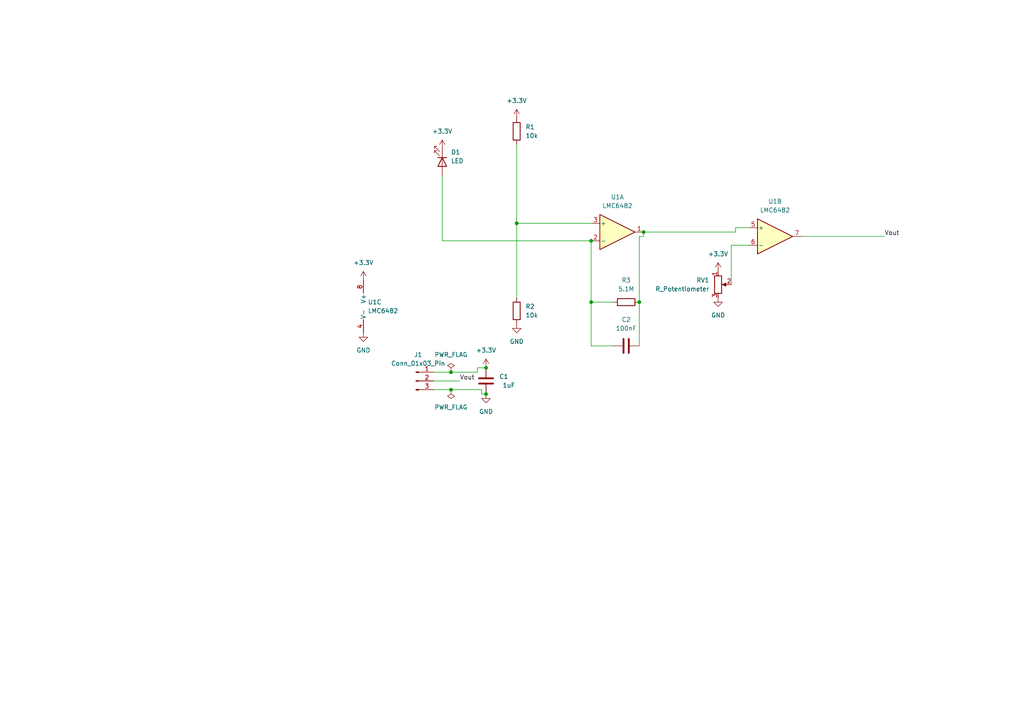
<source format=kicad_sch>
(kicad_sch (version 20230121) (generator eeschema)
  (paper "A4")
  (lib_symbols
    (symbol "Amplifier_Operational:LMC6482" (pin_names (offset 0.127))
      (property "Reference" "U" (at 0 5.08 0))
      (property "Value" "LMC6482" (at 0 -5.08 0))
      (symbol "LMC6482_1_1"
        (polyline (pts (xy -5.08 5.08) (xy 5.08 0) (xy -5.08 -5.08) (xy -5.08 5.08)) (stroke (width 0.254)) (fill (type background)))
        (pin output line (at 7.62 0 180) (length 2.54) (name "~") (number "1"))
        (pin input line (at -7.62 -2.54 0) (length 2.54) (name "-") (number "2"))
        (pin input line (at -7.62 2.54 0) (length 2.54) (name "+") (number "3"))
      )
      (symbol "LMC6482_2_1"
        (polyline (pts (xy -5.08 5.08) (xy 5.08 0) (xy -5.08 -5.08) (xy -5.08 5.08)) (stroke (width 0.254)) (fill (type background)))
        (pin input line (at -7.62 2.54 0) (length 2.54) (name "+") (number "5"))
        (pin input line (at -7.62 -2.54 0) (length 2.54) (name "-") (number "6"))
        (pin output line (at 7.62 0 180) (length 2.54) (name "~") (number "7"))
      )
      (symbol "LMC6482_3_1"
        (pin power_in line (at -2.54 -7.62 90) (length 3.81) (name "V-") (number "4"))
        (pin power_in line (at -2.54 7.62 270) (length 3.81) (name "V+") (number "8"))
      )
    )
    (symbol "Connector:Conn_01x03_Pin" (pin_names (offset 1.016) hide)
      (property "Reference" "J" (at 0 5.08 0))
      (property "Value" "Conn_01x03_Pin" (at 0 -5.08 0))
      (symbol "Conn_01x03_Pin_1_1"
        (polyline (pts (xy 1.27 -2.54) (xy 0.8636 -2.54)) (stroke (width 0.1524)))
        (polyline (pts (xy 1.27 0) (xy 0.8636 0)) (stroke (width 0.1524)))
        (polyline (pts (xy 1.27 2.54) (xy 0.8636 2.54)) (stroke (width 0.1524)))
        (rectangle (start 0.8636 -2.413) (end 0 -2.667) (stroke (width 0.1524)) (fill (type outline)))
        (rectangle (start 0.8636 0.127) (end 0 -0.127) (stroke (width 0.1524)) (fill (type outline)))
        (rectangle (start 0.8636 2.667) (end 0 2.413) (stroke (width 0.1524)) (fill (type outline)))
        (pin passive line (at 5.08 2.54 180) (length 3.81) (name "Pin_1") (number "1"))
        (pin passive line (at 5.08 0 180) (length 3.81) (name "Pin_2") (number "2"))
        (pin passive line (at 5.08 -2.54 180) (length 3.81) (name "Pin_3") (number "3"))
      )
    )
    (symbol "Device:C" (pin_numbers hide) (pin_names (offset 0.254))
      (property "Reference" "C" (at 0.635 2.54 0))
      (property "Value" "C" (at 0.635 -2.54 0))
      (symbol "C_0_1"
        (polyline (pts (xy -2.032 -0.762) (xy 2.032 -0.762)) (stroke (width 0.508)))
        (polyline (pts (xy -2.032 0.762) (xy 2.032 0.762)) (stroke (width 0.508)))
      )
      (symbol "C_1_1"
        (pin passive line (at 0 3.81 270) (length 2.794) (name "~") (number "1"))
        (pin passive line (at 0 -3.81 90) (length 2.794) (name "~") (number "2"))
      )
    )
    (symbol "Device:LED" (pin_numbers hide) (pin_names (offset 1.016) hide)
      (property "Reference" "D" (at 0 2.54 0))
      (property "Value" "LED" (at 0 -2.54 0))
      (symbol "LED_0_1"
        (polyline (pts (xy -1.27 -1.27) (xy -1.27 1.27)) (stroke (width 0.254)))
        (polyline (pts (xy -1.27 0) (xy 1.27 0)))
        (polyline (pts (xy 1.27 -1.27) (xy 1.27 1.27) (xy -1.27 0) (xy 1.27 -1.27)) (stroke (width 0.254)))
        (polyline (pts (xy -3.048 -0.762) (xy -4.572 -2.286) (xy -3.81 -2.286) (xy -4.572 -2.286) (xy -4.572 -1.524)))
        (polyline (pts (xy -1.778 -0.762) (xy -3.302 -2.286) (xy -2.54 -2.286) (xy -3.302 -2.286) (xy -3.302 -1.524)))
      )
      (symbol "LED_1_1"
        (pin passive line (at -3.81 0 0) (length 2.54) (name "K") (number "1"))
        (pin passive line (at 3.81 0 180) (length 2.54) (name "A") (number "2"))
      )
    )
    (symbol "Device:R" (pin_numbers hide) (pin_names (offset 0))
      (property "Reference" "R" (at 2.032 0 90))
      (property "Value" "R" (at 0 0 90))
      (symbol "R_0_1"
        (rectangle (start -1.016 -2.54) (end 1.016 2.54) (stroke (width 0.254)))
      )
      (symbol "R_1_1"
        (pin passive line (at 0 3.81 270) (length 1.27) (name "~") (number "1"))
        (pin passive line (at 0 -3.81 90) (length 1.27) (name "~") (number "2"))
      )
    )
    (symbol "Device:R_Potentiometer" (pin_names (offset 1.016) hide)
      (property "Reference" "RV" (at -4.445 0 90))
      (property "Value" "R_Potentiometer" (at -2.54 0 90))
      (symbol "R_Potentiometer_0_1"
        (polyline (pts (xy 2.54 0) (xy 1.524 0)))
        (polyline (pts (xy 1.143 0) (xy 2.286 0.508) (xy 2.286 -0.508) (xy 1.143 0)) (fill (type outline)))
        (rectangle (start 1.016 2.54) (end -1.016 -2.54) (stroke (width 0.254)))
      )
      (symbol "R_Potentiometer_1_1"
        (pin passive line (at 0 3.81 270) (length 1.27) (name "1") (number "1"))
        (pin passive line (at 3.81 0 180) (length 1.27) (name "2") (number "2"))
        (pin passive line (at 0 -3.81 90) (length 1.27) (name "3") (number "3"))
      )
    )
    (symbol "power:+3.3V" (power) (pin_names (offset 0))
      (property "Value" "+3.3V" (at 0 3.556 0))
      (symbol "+3.3V_0_1"
        (polyline (pts (xy -0.762 1.27) (xy 0 2.54)))
        (polyline (pts (xy 0 0) (xy 0 2.54)))
        (polyline (pts (xy 0 2.54) (xy 0.762 1.27)))
      )
      (symbol "+3.3V_1_1"
        (pin power_in line (at 0 0 90) (length 0) hide (name "+3.3V") (number "1"))
      )
    )
    (symbol "power:GND" (power) (pin_names (offset 0))
      (property "Value" "GND" (at 0 -3.81 0))
      (symbol "GND_0_1"
        (polyline (pts (xy 0 0) (xy 0 -1.27) (xy 1.27 -1.27) (xy 0 -2.54) (xy -1.27 -1.27) (xy 0 -1.27)))
      )
      (symbol "GND_1_1"
        (pin power_in line (at 0 0 270) (length 0) hide (name "GND") (number "1"))
      )
    )
    (symbol "power:PWR_FLAG" (power) (pin_numbers hide) (pin_names (offset 0) hide)
      (property "Value" "PWR_FLAG" (at 0 3.81 0))
      (symbol "PWR_FLAG_0_0"
        (pin power_out line (at 0 0 90) (length 0) (name "pwr") (number "1"))
      )
      (symbol "PWR_FLAG_0_1"
        (polyline (pts (xy 0 0) (xy 0 1.27) (xy -1.016 1.905) (xy 0 2.54) (xy 1.016 1.905) (xy 0 1.27)))
      )
    )
  )
  (junction (at 149.86 64.77))
  (junction (at 185.42 87.63))
  (junction (at 186.69 67.31))
  (junction (at 130.81 113.03))
  (junction (at 140.97 114.3))
  (junction (at 171.45 87.63))
  (junction (at 130.81 107.95))
  (junction (at 140.97 106.68))
  (junction (at 171.45 69.85))
  (wire (pts (xy 149.86 64.77) (xy 149.86 86.36)))
  (wire (pts (xy 139.7 114.3) (xy 140.97 114.3)))
  (wire (pts (xy 138.43 106.68) (xy 140.97 106.68)))
  (wire (pts (xy 212.09 71.12) (xy 217.17 71.12)))
  (wire (pts (xy 149.86 41.91) (xy 149.86 64.77)))
  (wire (pts (xy 171.45 87.63) (xy 177.8 87.63)))
  (wire (pts (xy 130.81 107.95) (xy 138.43 107.95)))
  (wire (pts (xy 171.45 87.63) (xy 171.45 100.33)))
  (wire (pts (xy 125.73 110.49) (xy 133.35 110.49)))
  (wire (pts (xy 171.45 100.33) (xy 177.8 100.33)))
  (wire (pts (xy 149.86 64.77) (xy 171.45 64.77)))
  (wire (pts (xy 125.73 107.95) (xy 130.81 107.95)))
  (wire (pts (xy 186.69 67.31) (xy 186.69 68.58)))
  (wire (pts (xy 212.09 82.55) (xy 212.09 71.12)))
  (wire (pts (xy 213.36 67.31) (xy 213.36 66.04)))
  (wire (pts (xy 128.27 69.85) (xy 128.27 50.8)))
  (wire (pts (xy 213.36 66.04) (xy 217.17 66.04)))
  (wire (pts (xy 171.45 69.85) (xy 171.45 87.63)))
  (wire (pts (xy 125.73 113.03) (xy 130.81 113.03)))
  (wire (pts (xy 186.69 67.31) (xy 213.36 67.31)))
  (wire (pts (xy 185.42 87.63) (xy 185.42 100.33)))
  (wire (pts (xy 185.42 68.58) (xy 185.42 87.63)))
  (wire (pts (xy 171.45 69.85) (xy 128.27 69.85)))
  (wire (pts (xy 186.69 68.58) (xy 185.42 68.58)))
  (wire (pts (xy 130.81 113.03) (xy 139.7 113.03)))
  (wire (pts (xy 138.43 107.95) (xy 138.43 106.68)))
  (wire (pts (xy 232.41 68.58) (xy 256.54 68.58)))
  (wire (pts (xy 139.7 113.03) (xy 139.7 114.3)))
  (label "Vout" (at 256.54 68.58 0))
  (label "Vout" (at 133.35 110.49 0))
  (symbol (lib_id "power:+3.3V") (at 128.27 43.18 0) (unit 1)
    (property "Reference" "#PWR05" (effects hide))
    (property "Value" "+3.3V" (at 128.27 38.1 0))
  )
  (symbol (lib_id "power:GND") (at 140.97 114.3 0) (unit 1)
    (property "Reference" "#PWR07" (effects hide))
    (property "Value" "GND" (at 140.97 119.38 0))
  )
  (symbol (lib_id "Amplifier_Operational:LMC6482") (at 107.95 88.9 0) (unit 3)
    (property "Reference" "U1" (at 106.68 87.63 0) (effects (justify left)))
    (property "Value" "LMC6482" (at 106.68 90.17 0) (effects (justify left)))
    (property "Datasheet" "http://www.ti.com/lit/ds/symlink/lmc6482.pdf" (effects hide))
  )
  (symbol (lib_id "power:PWR_FLAG") (at 130.81 113.03 180) (unit 1)
    (property "Reference" "#FLG02" (effects hide))
    (property "Value" "PWR_FLAG" (at 130.81 118.11 0))
  )
  (symbol (lib_id "Device:R_Potentiometer") (at 208.28 82.55 0) (unit 1)
    (property "Reference" "RV1" (at 205.74 81.28 0) (effects (justify right)))
    (property "Value" "R_Potentiometer" (at 205.74 83.82 0) (effects (justify right)))
  )
  (symbol (lib_id "power:+3.3V") (at 149.86 34.29 0) (unit 1)
    (property "Reference" "#PWR04" (effects hide))
    (property "Value" "+3.3V" (at 149.86 29.21 0))
  )
  (symbol (lib_id "Device:LED") (at 128.27 46.99 270) (unit 1)
    (property "Reference" "D1" (at 130.81 44.1325 90) (effects (justify left)))
    (property "Value" "LED" (at 130.81 46.6725 90) (effects (justify left)))
  )
  (symbol (lib_id "Device:R") (at 181.61 87.63 90) (unit 1)
    (property "Reference" "R3" (at 181.61 81.28 90))
    (property "Value" "5.1M" (at 181.61 83.82 90))
  )
  (symbol (lib_id "Device:C") (at 140.97 110.49 0) (unit 1)
    (property "Reference" "C1" (at 144.78 109.22 0) (effects (justify left)))
    (property "Value" " 1uF" (at 144.78 111.76 0) (effects (justify left)))
  )
  (symbol (lib_id "power:PWR_FLAG") (at 130.81 107.95 0) (unit 1)
    (property "Reference" "#FLG01" (effects hide))
    (property "Value" "PWR_FLAG" (at 130.81 102.87 0))
  )
  (symbol (lib_id "Connector:Conn_01x03_Pin") (at 120.65 110.49 0) (unit 1)
    (property "Reference" "J1" (at 121.285 102.87 0))
    (property "Value" "Conn_01x03_Pin" (at 121.285 105.41 0))
  )
  (symbol (lib_id "Device:R") (at 149.86 38.1 0) (unit 1)
    (property "Reference" "R1" (at 152.4 36.83 0) (effects (justify left)))
    (property "Value" "10k" (at 152.4 39.37 0) (effects (justify left)))
  )
  (symbol (lib_id "Amplifier_Operational:LMC6482") (at 179.07 67.31 0) (unit 1)
    (property "Reference" "U1" (at 179.07 57.15 0))
    (property "Value" "LMC6482" (at 179.07 59.69 0))
    (property "Datasheet" "http://www.ti.com/lit/ds/symlink/lmc6482.pdf" (effects hide))
  )
  (symbol (lib_id "power:+3.3V") (at 105.41 81.28 0) (unit 1)
    (property "Reference" "#PWR09" (effects hide))
    (property "Value" "+3.3V" (at 105.41 76.2 0))
  )
  (symbol (lib_id "Amplifier_Operational:LMC6482") (at 224.79 68.58 0) (unit 2)
    (property "Reference" "U1" (at 224.79 58.42 0))
    (property "Value" "LMC6482" (at 224.79 60.96 0))
    (property "Datasheet" "http://www.ti.com/lit/ds/symlink/lmc6482.pdf" (effects hide))
  )
  (symbol (lib_id "power:GND") (at 208.28 86.36 0) (unit 1)
    (property "Reference" "#PWR02" (effects hide))
    (property "Value" "GND" (at 208.28 91.44 0))
  )
  (symbol (lib_id "power:+3.3V") (at 140.97 106.68 0) (unit 1)
    (property "Reference" "#PWR06" (effects hide))
    (property "Value" "+3.3V" (at 140.97 101.6 0))
  )
  (symbol (lib_id "power:GND") (at 105.41 96.52 0) (unit 1)
    (property "Reference" "#PWR08" (effects hide))
    (property "Value" "GND" (at 105.41 101.6 0))
  )
  (symbol (lib_id "power:GND") (at 149.86 93.98 0) (unit 1)
    (property "Reference" "#PWR03" (effects hide))
    (property "Value" "GND" (at 149.86 99.06 0))
  )
  (symbol (lib_id "Device:C") (at 181.61 100.33 90) (unit 1)
    (property "Reference" "C2" (at 181.61 92.71 90))
    (property "Value" "100nF" (at 181.61 95.25 90))
  )
  (symbol (lib_id "Device:R") (at 149.86 90.17 0) (unit 1)
    (property "Reference" "R2" (at 152.4 88.9 0) (effects (justify left)))
    (property "Value" "10k" (at 152.4 91.44 0) (effects (justify left)))
  )
  (symbol (lib_id "power:+3.3V") (at 208.28 78.74 0) (unit 1)
    (property "Reference" "#PWR01" (effects hide))
    (property "Value" "+3.3V" (at 208.28 73.66 0))
  )
)
</source>
